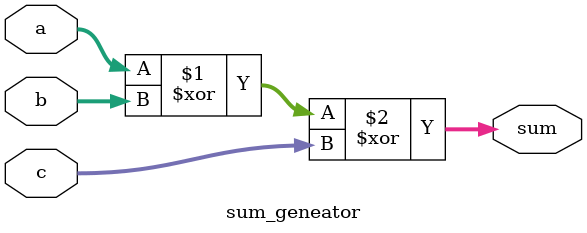
<source format=v>
`timescale 1ns/1ps
module CLA_64bit(a,b,cin,sum,cout);
    input [63:0] a,b;
    input cin;
    output [63:0] sum;
    output cout;
	
    wire [63:0] p,g,c;
	wire [15:0] d;
	wire [15:0] gP,gG;
	
	wire [3:0] c4_c8_c12,gPP,gGG;
    //---Write down your design here---//
	gp_generator gp_geneator1(a[63:0],b[63:0],g[63:0],p[63:0]);
	
	carry_generator a0(g[3:0],p[3:0],d[0],c[3:0],gG[0],gP[0],);
	carry_generator a1(g[7:4],p[7:4],d[1],c[7:4],gG[1],gP[1],);
	carry_generator a2(g[11:8],p[11:8],d[2],c[11:8],gG[2],gP[2],);
	carry_generator a3(g[15:12],p[15:12],d[3],c[15:12],gG[3],gP[3],);
	carry_generator a4(g[19:16],p[19:16],d[4],c[19:16],gG[4],gP[4],);
	carry_generator a5(g[23:20],p[23:20],d[5],c[23:20],gG[5],gP[5],);
	carry_generator a6(g[27:24],p[27:24],d[6],c[27:24],gG[6],gP[6],);
	carry_generator a7(g[31:28],p[31:28],d[7],c[31:28],gG[7],gP[7],);
	carry_generator a8(g[35:32],p[35:32],d[8],c[35:32],gG[8],gP[8],);
	carry_generator a9(g[39:36],p[39:36],d[9],c[39:36],gG[9],gP[9],);
	carry_generator a10(g[43:40],p[43:40],d[10],c[43:40],gG[10],gP[10],);
	carry_generator a11(g[47:44],p[47:44],d[11],c[47:44],gG[11],gP[11],);
	carry_generator a12(g[51:48],p[51:48],d[12],c[51:48],gG[12],gP[12],);
	carry_generator a13(g[55:52],p[55:52],d[13],c[55:52],gG[13],gP[13],);
	carry_generator a14(g[59:56],p[59:56],d[14],c[59:56],gG[14],gP[14],);
	carry_generator a15(g[63:60],p[63:60],d[15],c[63:60],gG[15],gP[15],);
	
	carry_generator carry_geneator_c0(gG[3:0],gP[3:0],c4_c8_c12[0],d[3:0],gGG[0],gPP[0],);
	carry_generator carry_geneator_c1(gG[7:4],gP[7:4],c4_c8_c12[1],d[7:4],gGG[1],gPP[1],);
	carry_generator carry_geneator_c2(gG[11:8],gP[11:8],c4_c8_c12[2],d[11:8],gGG[2],gPP[2],);
	carry_generator carry_geneator_c3(gG[15:12],gP[15:12],c4_c8_c12[3],d[15:12],gGG[3],gPP[3],);
	
	carry_generator A(gGG[3:0],gPP[3:0],cin,c4_c8_c12[3:0],,,cout);
	
	sum_geneator ans(a[63:0],b[63:0],c[63:0],sum);
    //---------------------------------//
endmodule
module gp_generator(a,b,g,p);

    input [63:0] a,b;
    output [63:0] g,p;
    
    // g = a x b && p = a + b
    assign g = a & b;
    assign p = a | b;
endmodule


module carry_generator(g,p,cin,c,gG,gP,cout);

    input [3:0] g,p;
    input cin;
    output gG,gP;
    output [3:0] c;
    output cout;

    //create gG and gP
    assign gG = g[3] | (p[3] & g[2]) | (p[3] & p[2] & g[1]) | (p[3] & p[2] & p[1] & g[0]);
	assign gP = p[3] & p[2] & p[1] & p[0];
	
    assign c[0] = cin;
    //create carrys
    assign c[1] = g[0] | (p[0] & cin);
    assign c[2] = g[1] | (p[1] & g[0]) | (p[1] & p[0] & cin);
    assign c[3] = g[2] | (p[2] & g[1]) | (p[2] & p[1] & g[0]) | (p[2] & p[1] & p[0] & cin);

    //cout
    assign cout = g[3] | (p[3] & g[2]) | (p[3] & p[2] & g[1]) | (p[3] & p[2] & p[1] & g[0]) | (p[3] & p[2] & p[1] & p[0] & cin);

endmodule

module sum_geneator(a,b,c,sum);

    input [63:0] a,b;
    input [63:0] c;
    output [63:0] sum;

    //sum = a ^ b ^ c;
    assign sum = a ^ b ^ c;

endmodule
</source>
